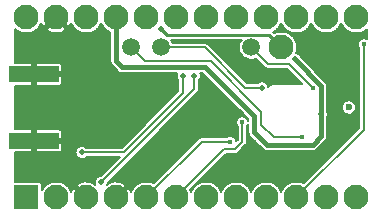
<source format=gbr>
%TF.GenerationSoftware,KiCad,Pcbnew,5.1.9+dfsg1-1~bpo10+1*%
%TF.CreationDate,Date%
%TF.ProjectId,POS,504f532e-6b69-4636-9164-5f7063625858,v3.4*%
%TF.SameCoordinates,Original*%
%TF.FileFunction,Copper,L4,Bot*%
%TF.FilePolarity,Positive*%
%FSLAX46Y46*%
G04 Gerber Fmt 4.6, Leading zero omitted, Abs format (unit mm)*
G04 Created by KiCad*
%MOMM*%
%LPD*%
G01*
G04 APERTURE LIST*
%TA.AperFunction,ComponentPad*%
%ADD10R,2.100000X2.100000*%
%TD*%
%TA.AperFunction,ComponentPad*%
%ADD11C,2.100000*%
%TD*%
%TA.AperFunction,ComponentPad*%
%ADD12C,0.600000*%
%TD*%
%TA.AperFunction,SMDPad,CuDef*%
%ADD13C,1.500000*%
%TD*%
%TA.AperFunction,SMDPad,CuDef*%
%ADD14R,4.200000X1.350000*%
%TD*%
%TA.AperFunction,ViaPad*%
%ADD15C,0.500000*%
%TD*%
%TA.AperFunction,ViaPad*%
%ADD16C,0.450000*%
%TD*%
%TA.AperFunction,Conductor*%
%ADD17C,0.400000*%
%TD*%
%TA.AperFunction,Conductor*%
%ADD18C,0.200000*%
%TD*%
%TA.AperFunction,Conductor*%
%ADD19C,0.250000*%
%TD*%
%TA.AperFunction,Conductor*%
%ADD20C,0.100000*%
%TD*%
G04 APERTURE END LIST*
D10*
%TO.P,A1,1*%
%TO.N,RXD*%
X0Y0D03*
D11*
%TO.P,A1,2*%
%TO.N,TXD*%
X2540000Y0D03*
%TO.P,A1,3*%
%TO.N,GND*%
X5080000Y0D03*
%TO.P,A1,13*%
%TO.N,Net-(A1-Pad13)*%
X27940000Y15240000D03*
%TO.P,A1,4*%
%TO.N,GND*%
X7620000Y0D03*
%TO.P,A1,14*%
%TO.N,Net-(A1-Pad14)*%
X25400000Y15240000D03*
%TO.P,A1,5*%
%TO.N,SDA*%
X10160000Y0D03*
%TO.P,A1,15*%
%TO.N,Net-(A1-Pad15)*%
X22860000Y15240000D03*
%TO.P,A1,6*%
%TO.N,SCL*%
X12700000Y0D03*
%TO.P,A1,16*%
%TO.N,Net-(A1-Pad16)*%
X20320000Y15240000D03*
%TO.P,A1,7*%
%TO.N,Net-(A1-Pad7)*%
X15240000Y0D03*
%TO.P,A1,17*%
%TO.N,Net-(A1-Pad17)*%
X17780000Y15240000D03*
%TO.P,A1,8*%
%TO.N,PWM*%
X17780000Y0D03*
%TO.P,A1,18*%
%TO.N,Net-(A1-Pad18)*%
X15240000Y15240000D03*
%TO.P,A1,9*%
%TO.N,Net-(A1-Pad9)*%
X20320000Y0D03*
%TO.P,A1,19*%
%TO.N,Net-(A1-Pad19)*%
X12700000Y15240000D03*
%TO.P,A1,10*%
%TO.N,INT*%
X22860000Y0D03*
%TO.P,A1,20*%
%TO.N,Net-(A1-Pad20)*%
X10160000Y15240000D03*
%TO.P,A1,11*%
%TO.N,Net-(A1-Pad11)*%
X25400000Y0D03*
%TO.P,A1,21*%
%TO.N,+3V3*%
X7620000Y15240000D03*
%TO.P,A1,12*%
%TO.N,Net-(A1-Pad12)*%
X27940000Y0D03*
%TO.P,A1,22*%
%TO.N,~RST*%
X5080000Y15240000D03*
%TO.P,A1,23*%
%TO.N,GND*%
X2540000Y15240000D03*
%TO.P,A1,24*%
%TO.N,+5V*%
X0Y15240000D03*
%TD*%
D12*
%TO.P,H2,*%
%TO.N,*%
X27305000Y7620000D03*
%TD*%
D13*
%TO.P,TP2,1*%
%TO.N,Net-(TP2-Pad1)*%
X8890000Y12700000D03*
%TD*%
%TO.P,TP1,1*%
%TO.N,Net-(TP1-Pad1)*%
X11430000Y12700000D03*
%TD*%
%TO.P,TP3,1*%
%TO.N,Net-(TP3-Pad1)*%
X19050000Y12700000D03*
%TD*%
D11*
%TO.P,TP4,1*%
%TO.N,Net-(TP4-Pad1)*%
X21590000Y12700000D03*
%TD*%
D14*
%TO.P,J2,2*%
%TO.N,GND*%
X635000Y4795000D03*
X635000Y10445000D03*
%TD*%
D15*
%TO.N,GND*%
X2921000Y8382000D03*
X2921000Y6858000D03*
X2032000Y6350000D03*
X2032000Y8890000D03*
X10414000Y4318000D03*
X6477000Y8255000D03*
X11176000Y8128000D03*
X10160000Y6985000D03*
X11557000Y5461000D03*
X12700000Y6604000D03*
X9017000Y5715000D03*
X7620000Y9525000D03*
X7112000Y7620000D03*
X7747000Y6985000D03*
X8382000Y6350000D03*
X9525000Y7620000D03*
X8890000Y8255000D03*
X8255000Y8890000D03*
X6350000Y5715000D03*
X6985000Y5080000D03*
X12573000Y4445000D03*
X2159000Y3429000D03*
X2159000Y11811000D03*
X13843000Y7747000D03*
D16*
X10795000Y10287000D03*
X14859000Y6604000D03*
X13970000Y5715000D03*
X19812000Y10922000D03*
X19050000Y1270000D03*
X21590000Y1270000D03*
X21717000Y9906000D03*
X16764000Y12446000D03*
X19177000Y3429000D03*
X12319000Y9271000D03*
X25654000Y11684000D03*
X25654000Y10795000D03*
X25654000Y9906000D03*
X23241000Y3175000D03*
X26035000Y5207000D03*
D15*
X23241000Y13335000D03*
X24511000Y13716000D03*
%TO.N,+3V3*%
X8130000Y11051006D03*
X19966974Y4854330D03*
X18275510Y7887010D03*
X22733000Y11684000D03*
X24974402Y7045430D03*
%TO.N,Net-(TP1-Pad1)*%
X19939000Y9271000D03*
D16*
%TO.N,Net-(TP2-Pad1)*%
X23368000Y5080000D03*
%TO.N,Net-(TP3-Pad1)*%
X24239990Y9271000D03*
D15*
%TO.N,Net-(JP2-Pad1)*%
X4698998Y3810000D03*
X13271496Y10287000D03*
%TO.N,Net-(JP3-Pad1)*%
X6350000Y1270000D03*
X14224000Y10287000D03*
%TO.N,Net-(TP4-Pad1)*%
X11430000Y14224000D03*
D16*
%TO.N,SDA*%
X17250785Y4687895D03*
%TO.N,SCL*%
X18288000Y6350000D03*
%TO.N,INT*%
X28575000Y12954000D03*
%TD*%
D17*
%TO.N,+3V3*%
X7620000Y15240000D02*
X7620000Y11561006D01*
X7620000Y11561006D02*
X7880001Y11301005D01*
X7880001Y11301005D02*
X8130000Y11051006D01*
X14478000Y11049000D02*
X14475994Y11051006D01*
X15113000Y11049000D02*
X14478000Y11049000D01*
X14475994Y11051006D02*
X8130000Y11051006D01*
X19304000Y6858000D02*
X15113000Y11049000D01*
X19966974Y4854330D02*
X19431000Y5390304D01*
X19304000Y5517304D02*
X19431000Y5390304D01*
X19304000Y6858000D02*
X19304000Y5517304D01*
X19966974Y4854330D02*
X20376304Y4445000D01*
X24974402Y9442598D02*
X24974402Y7045430D01*
X20376304Y4445000D02*
X24257000Y4445000D01*
X24257000Y4445000D02*
X24974402Y5162402D01*
X24974402Y5162402D02*
X24974402Y6691877D01*
X22733000Y11684000D02*
X24974402Y9442598D01*
X24974402Y6691877D02*
X24974402Y7045430D01*
D18*
%TO.N,Net-(TP1-Pad1)*%
X14478000Y12700000D02*
X11430000Y12700000D01*
X15113000Y12700000D02*
X14478000Y12700000D01*
X18542000Y9271000D02*
X15113000Y12700000D01*
X19939000Y9271000D02*
X18542000Y9271000D01*
%TO.N,Net-(TP2-Pad1)*%
X23049802Y5080000D02*
X23368000Y5080000D01*
X20955000Y5080000D02*
X23049802Y5080000D01*
X19901279Y6133721D02*
X20955000Y5080000D01*
X19901279Y7276721D02*
X19901279Y6133721D01*
X15621000Y11557000D02*
X19901279Y7276721D01*
X10033000Y11557000D02*
X15621000Y11557000D01*
X8890000Y12700000D02*
X10033000Y11557000D01*
%TO.N,Net-(TP3-Pad1)*%
X24014991Y9495999D02*
X24239990Y9271000D01*
X22207990Y11303000D02*
X24014991Y9495999D01*
X20447000Y11303000D02*
X22207990Y11303000D01*
X19050000Y12700000D02*
X20447000Y11303000D01*
%TO.N,Net-(JP2-Pad1)*%
X8255000Y3810000D02*
X13271496Y8826496D01*
X4698998Y3810000D02*
X8255000Y3810000D01*
X13271496Y8826496D02*
X13271496Y9933447D01*
X13271496Y9933447D02*
X13271496Y10287000D01*
%TO.N,Net-(JP3-Pad1)*%
X6350000Y1270000D02*
X14224000Y9144000D01*
X14224000Y9144000D02*
X14224000Y10287000D01*
D19*
%TO.N,Net-(TP4-Pad1)*%
X11878999Y13775001D02*
X11430000Y14224000D01*
X20514999Y13775001D02*
X11878999Y13775001D01*
X21590000Y12700000D02*
X20514999Y13775001D01*
D18*
%TO.N,SDA*%
X14847895Y4687895D02*
X10160000Y0D01*
X17250785Y4687895D02*
X14847895Y4687895D01*
%TO.N,SCL*%
X12700000Y0D02*
X16764000Y4064000D01*
X16764000Y4064000D02*
X17653000Y4064000D01*
X18288000Y4699000D02*
X18288000Y6350000D01*
X17653000Y4064000D02*
X18288000Y4699000D01*
%TO.N,INT*%
X28575000Y5715000D02*
X28575000Y7239000D01*
X22860000Y0D02*
X28575000Y5715000D01*
X28575000Y7239000D02*
X28575000Y12954000D01*
%TD*%
%TO.N,GND*%
X17759610Y7695285D02*
X17788107Y7626487D01*
X17848297Y7536406D01*
X17924906Y7459797D01*
X18014987Y7399607D01*
X18083785Y7371110D01*
X18804000Y6650894D01*
X18804000Y6446951D01*
X18792824Y6503137D01*
X18753249Y6598681D01*
X18695794Y6684668D01*
X18622668Y6757794D01*
X18536681Y6815249D01*
X18441137Y6854824D01*
X18339708Y6875000D01*
X18236292Y6875000D01*
X18134863Y6854824D01*
X18039319Y6815249D01*
X17953332Y6757794D01*
X17880206Y6684668D01*
X17822751Y6598681D01*
X17783176Y6503137D01*
X17763000Y6401708D01*
X17763000Y6298292D01*
X17783176Y6196863D01*
X17822751Y6101319D01*
X17880206Y6015332D01*
X17888001Y6007537D01*
X17888000Y4864685D01*
X17773650Y4750335D01*
X17755609Y4841032D01*
X17716034Y4936576D01*
X17658579Y5022563D01*
X17585453Y5095689D01*
X17499466Y5153144D01*
X17403922Y5192719D01*
X17302493Y5212895D01*
X17199077Y5212895D01*
X17097648Y5192719D01*
X17002104Y5153144D01*
X16916117Y5095689D01*
X16908323Y5087895D01*
X14867542Y5087895D01*
X14847895Y5089830D01*
X14828248Y5087895D01*
X14769481Y5082107D01*
X14694081Y5059235D01*
X14624592Y5022092D01*
X14563684Y4972106D01*
X14551158Y4956843D01*
X10793245Y1198930D01*
X10553780Y1298120D01*
X10292963Y1350000D01*
X10027037Y1350000D01*
X9766220Y1298120D01*
X9520535Y1196354D01*
X9299425Y1048613D01*
X9111387Y860575D01*
X8963646Y639465D01*
X8889385Y460183D01*
X8832964Y607368D01*
X8798895Y671107D01*
X8626017Y793885D01*
X7832132Y0D01*
X7846275Y-14143D01*
X7634143Y-226275D01*
X7620000Y-212132D01*
X7605858Y-226275D01*
X7393726Y-14143D01*
X7407868Y0D01*
X7393726Y14142D01*
X7605858Y226274D01*
X7620000Y212132D01*
X8413885Y1006017D01*
X8291107Y1178895D01*
X8048221Y1287169D01*
X7788879Y1345978D01*
X7523046Y1353062D01*
X7260940Y1308149D01*
X7012632Y1212964D01*
X6948893Y1178895D01*
X6849761Y1039313D01*
X6878864Y1109571D01*
X6900000Y1215830D01*
X6900000Y1254315D01*
X14492949Y8847264D01*
X14508211Y8859789D01*
X14558197Y8920697D01*
X14595340Y8990186D01*
X14618212Y9065586D01*
X14624000Y9124353D01*
X14624000Y9124354D01*
X14625935Y9144000D01*
X14624000Y9163647D01*
X14624000Y9909183D01*
X14651213Y9936396D01*
X14711403Y10026477D01*
X14752864Y10126571D01*
X14774000Y10232830D01*
X14774000Y10341170D01*
X14752864Y10447429D01*
X14711403Y10547523D01*
X14710416Y10549000D01*
X14905895Y10549000D01*
X17759610Y7695285D01*
%TA.AperFunction,Conductor*%
D20*
G36*
X17759610Y7695285D02*
G01*
X17788107Y7626487D01*
X17848297Y7536406D01*
X17924906Y7459797D01*
X18014987Y7399607D01*
X18083785Y7371110D01*
X18804000Y6650894D01*
X18804000Y6446951D01*
X18792824Y6503137D01*
X18753249Y6598681D01*
X18695794Y6684668D01*
X18622668Y6757794D01*
X18536681Y6815249D01*
X18441137Y6854824D01*
X18339708Y6875000D01*
X18236292Y6875000D01*
X18134863Y6854824D01*
X18039319Y6815249D01*
X17953332Y6757794D01*
X17880206Y6684668D01*
X17822751Y6598681D01*
X17783176Y6503137D01*
X17763000Y6401708D01*
X17763000Y6298292D01*
X17783176Y6196863D01*
X17822751Y6101319D01*
X17880206Y6015332D01*
X17888001Y6007537D01*
X17888000Y4864685D01*
X17773650Y4750335D01*
X17755609Y4841032D01*
X17716034Y4936576D01*
X17658579Y5022563D01*
X17585453Y5095689D01*
X17499466Y5153144D01*
X17403922Y5192719D01*
X17302493Y5212895D01*
X17199077Y5212895D01*
X17097648Y5192719D01*
X17002104Y5153144D01*
X16916117Y5095689D01*
X16908323Y5087895D01*
X14867542Y5087895D01*
X14847895Y5089830D01*
X14828248Y5087895D01*
X14769481Y5082107D01*
X14694081Y5059235D01*
X14624592Y5022092D01*
X14563684Y4972106D01*
X14551158Y4956843D01*
X10793245Y1198930D01*
X10553780Y1298120D01*
X10292963Y1350000D01*
X10027037Y1350000D01*
X9766220Y1298120D01*
X9520535Y1196354D01*
X9299425Y1048613D01*
X9111387Y860575D01*
X8963646Y639465D01*
X8889385Y460183D01*
X8832964Y607368D01*
X8798895Y671107D01*
X8626017Y793885D01*
X7832132Y0D01*
X7846275Y-14143D01*
X7634143Y-226275D01*
X7620000Y-212132D01*
X7605858Y-226275D01*
X7393726Y-14143D01*
X7407868Y0D01*
X7393726Y14142D01*
X7605858Y226274D01*
X7620000Y212132D01*
X8413885Y1006017D01*
X8291107Y1178895D01*
X8048221Y1287169D01*
X7788879Y1345978D01*
X7523046Y1353062D01*
X7260940Y1308149D01*
X7012632Y1212964D01*
X6948893Y1178895D01*
X6849761Y1039313D01*
X6878864Y1109571D01*
X6900000Y1215830D01*
X6900000Y1254315D01*
X14492949Y8847264D01*
X14508211Y8859789D01*
X14558197Y8920697D01*
X14595340Y8990186D01*
X14618212Y9065586D01*
X14624000Y9124353D01*
X14624000Y9124354D01*
X14625935Y9144000D01*
X14624000Y9163647D01*
X14624000Y9909183D01*
X14651213Y9936396D01*
X14711403Y10026477D01*
X14752864Y10126571D01*
X14774000Y10232830D01*
X14774000Y10341170D01*
X14752864Y10447429D01*
X14711403Y10547523D01*
X14710416Y10549000D01*
X14905895Y10549000D01*
X17759610Y7695285D01*
G37*
%TD.AperFunction*%
D18*
X2766275Y15254142D02*
X2752132Y15240000D01*
X3546017Y14446115D01*
X3718895Y14568893D01*
X3811088Y14775705D01*
X3883646Y14600535D01*
X4031387Y14379425D01*
X4219425Y14191387D01*
X4440535Y14043646D01*
X4686220Y13941880D01*
X4947037Y13890000D01*
X5212963Y13890000D01*
X5473780Y13941880D01*
X5719465Y14043646D01*
X5940575Y14191387D01*
X6128613Y14379425D01*
X6276354Y14600535D01*
X6350000Y14778332D01*
X6423646Y14600535D01*
X6571387Y14379425D01*
X6759425Y14191387D01*
X6980535Y14043646D01*
X7120000Y13985878D01*
X7120001Y11585576D01*
X7117581Y11561006D01*
X7127235Y11462989D01*
X7150228Y11387192D01*
X7155826Y11368739D01*
X7202255Y11281877D01*
X7264737Y11205742D01*
X7283820Y11190081D01*
X7613731Y10860170D01*
X7642597Y10790483D01*
X7702787Y10700402D01*
X7779396Y10623793D01*
X7869477Y10563603D01*
X7969571Y10522142D01*
X8075830Y10501006D01*
X8184170Y10501006D01*
X8290429Y10522142D01*
X8360112Y10551006D01*
X12786420Y10551006D01*
X12784093Y10547523D01*
X12742632Y10447429D01*
X12721496Y10341170D01*
X12721496Y10232830D01*
X12742632Y10126571D01*
X12784093Y10026477D01*
X12844283Y9936396D01*
X12871497Y9909182D01*
X12871496Y8992181D01*
X8089315Y4210000D01*
X5076815Y4210000D01*
X5049602Y4237213D01*
X4959521Y4297403D01*
X4859427Y4338864D01*
X4753168Y4360000D01*
X4644828Y4360000D01*
X4538569Y4338864D01*
X4438475Y4297403D01*
X4348394Y4237213D01*
X4271785Y4160604D01*
X4211595Y4070523D01*
X4170134Y3970429D01*
X4148998Y3864170D01*
X4148998Y3755830D01*
X4170134Y3649571D01*
X4211595Y3549477D01*
X4271785Y3459396D01*
X4348394Y3382787D01*
X4438475Y3322597D01*
X4538569Y3281136D01*
X4644828Y3260000D01*
X4753168Y3260000D01*
X4859427Y3281136D01*
X4959521Y3322597D01*
X5049602Y3382787D01*
X5076815Y3410000D01*
X7924315Y3410000D01*
X6334315Y1820000D01*
X6295830Y1820000D01*
X6189571Y1798864D01*
X6089477Y1757403D01*
X5999396Y1697213D01*
X5922787Y1620604D01*
X5862597Y1530523D01*
X5821136Y1430429D01*
X5800000Y1324170D01*
X5800000Y1215830D01*
X5821136Y1109571D01*
X5850239Y1039313D01*
X5751107Y1178895D01*
X5508221Y1287169D01*
X5248879Y1345978D01*
X4983046Y1353062D01*
X4720940Y1308149D01*
X4472632Y1212964D01*
X4408893Y1178895D01*
X4286115Y1006017D01*
X5080000Y212132D01*
X5094143Y226274D01*
X5306275Y14142D01*
X5292132Y0D01*
X5306275Y-14143D01*
X5094143Y-226275D01*
X5080000Y-212132D01*
X5065858Y-226275D01*
X4853726Y-14143D01*
X4867868Y0D01*
X4073983Y793885D01*
X3901105Y671107D01*
X3808912Y464295D01*
X3736354Y639465D01*
X3588613Y860575D01*
X3400575Y1048613D01*
X3179465Y1196354D01*
X2933780Y1298120D01*
X2672963Y1350000D01*
X2407037Y1350000D01*
X2146220Y1298120D01*
X1900535Y1196354D01*
X1679425Y1048613D01*
X1491387Y860575D01*
X1351451Y651146D01*
X1351451Y1050000D01*
X1345659Y1108810D01*
X1328504Y1165360D01*
X1300647Y1217477D01*
X1263158Y1263158D01*
X1217477Y1300647D01*
X1165360Y1328504D01*
X1108810Y1345659D01*
X1050000Y1351451D01*
X-920000Y1351451D01*
X-920000Y3818970D01*
X410000Y3820000D01*
X485000Y3895000D01*
X485000Y4645000D01*
X785000Y4645000D01*
X785000Y3895000D01*
X860000Y3820000D01*
X2735000Y3818548D01*
X2793810Y3824340D01*
X2850361Y3841495D01*
X2902478Y3869352D01*
X2948159Y3906841D01*
X2985648Y3952522D01*
X3013505Y4004639D01*
X3030660Y4061190D01*
X3036452Y4120000D01*
X3035000Y4570000D01*
X2960000Y4645000D01*
X785000Y4645000D01*
X485000Y4645000D01*
X465000Y4645000D01*
X465000Y4945000D01*
X485000Y4945000D01*
X485000Y5695000D01*
X785000Y5695000D01*
X785000Y4945000D01*
X2960000Y4945000D01*
X3035000Y5020000D01*
X3036452Y5470000D01*
X3030660Y5528810D01*
X3013505Y5585361D01*
X2985648Y5637478D01*
X2948159Y5683159D01*
X2902478Y5720648D01*
X2850361Y5748505D01*
X2793810Y5765660D01*
X2735000Y5771452D01*
X860000Y5770000D01*
X785000Y5695000D01*
X485000Y5695000D01*
X410000Y5770000D01*
X-920000Y5771030D01*
X-920000Y9468970D01*
X410000Y9470000D01*
X485000Y9545000D01*
X485000Y10295000D01*
X785000Y10295000D01*
X785000Y9545000D01*
X860000Y9470000D01*
X2735000Y9468548D01*
X2793810Y9474340D01*
X2850361Y9491495D01*
X2902478Y9519352D01*
X2948159Y9556841D01*
X2985648Y9602522D01*
X3013505Y9654639D01*
X3030660Y9711190D01*
X3036452Y9770000D01*
X3035000Y10220000D01*
X2960000Y10295000D01*
X785000Y10295000D01*
X485000Y10295000D01*
X465000Y10295000D01*
X465000Y10595000D01*
X485000Y10595000D01*
X485000Y11345000D01*
X785000Y11345000D01*
X785000Y10595000D01*
X2960000Y10595000D01*
X3035000Y10670000D01*
X3036452Y11120000D01*
X3030660Y11178810D01*
X3013505Y11235361D01*
X2985648Y11287478D01*
X2948159Y11333159D01*
X2902478Y11370648D01*
X2850361Y11398505D01*
X2793810Y11415660D01*
X2735000Y11421452D01*
X860000Y11420000D01*
X785000Y11345000D01*
X485000Y11345000D01*
X410000Y11420000D01*
X-920000Y11421030D01*
X-920000Y14250812D01*
X-860575Y14191387D01*
X-639465Y14043646D01*
X-393780Y13941880D01*
X-132963Y13890000D01*
X132963Y13890000D01*
X393780Y13941880D01*
X639465Y14043646D01*
X860575Y14191387D01*
X903171Y14233983D01*
X1746115Y14233983D01*
X1868893Y14061105D01*
X2111779Y13952831D01*
X2371121Y13894022D01*
X2636954Y13886938D01*
X2899060Y13931851D01*
X3147368Y14027036D01*
X3211107Y14061105D01*
X3333885Y14233983D01*
X2540000Y15027868D01*
X1746115Y14233983D01*
X903171Y14233983D01*
X1048613Y14379425D01*
X1196354Y14600535D01*
X1270615Y14779817D01*
X1327036Y14632632D01*
X1361105Y14568893D01*
X1533983Y14446115D01*
X2327868Y15240000D01*
X2313726Y15254142D01*
X2525858Y15466274D01*
X2540000Y15452132D01*
X2554143Y15466274D01*
X2766275Y15254142D01*
%TA.AperFunction,Conductor*%
D20*
G36*
X2766275Y15254142D02*
G01*
X2752132Y15240000D01*
X3546017Y14446115D01*
X3718895Y14568893D01*
X3811088Y14775705D01*
X3883646Y14600535D01*
X4031387Y14379425D01*
X4219425Y14191387D01*
X4440535Y14043646D01*
X4686220Y13941880D01*
X4947037Y13890000D01*
X5212963Y13890000D01*
X5473780Y13941880D01*
X5719465Y14043646D01*
X5940575Y14191387D01*
X6128613Y14379425D01*
X6276354Y14600535D01*
X6350000Y14778332D01*
X6423646Y14600535D01*
X6571387Y14379425D01*
X6759425Y14191387D01*
X6980535Y14043646D01*
X7120000Y13985878D01*
X7120001Y11585576D01*
X7117581Y11561006D01*
X7127235Y11462989D01*
X7150228Y11387192D01*
X7155826Y11368739D01*
X7202255Y11281877D01*
X7264737Y11205742D01*
X7283820Y11190081D01*
X7613731Y10860170D01*
X7642597Y10790483D01*
X7702787Y10700402D01*
X7779396Y10623793D01*
X7869477Y10563603D01*
X7969571Y10522142D01*
X8075830Y10501006D01*
X8184170Y10501006D01*
X8290429Y10522142D01*
X8360112Y10551006D01*
X12786420Y10551006D01*
X12784093Y10547523D01*
X12742632Y10447429D01*
X12721496Y10341170D01*
X12721496Y10232830D01*
X12742632Y10126571D01*
X12784093Y10026477D01*
X12844283Y9936396D01*
X12871497Y9909182D01*
X12871496Y8992181D01*
X8089315Y4210000D01*
X5076815Y4210000D01*
X5049602Y4237213D01*
X4959521Y4297403D01*
X4859427Y4338864D01*
X4753168Y4360000D01*
X4644828Y4360000D01*
X4538569Y4338864D01*
X4438475Y4297403D01*
X4348394Y4237213D01*
X4271785Y4160604D01*
X4211595Y4070523D01*
X4170134Y3970429D01*
X4148998Y3864170D01*
X4148998Y3755830D01*
X4170134Y3649571D01*
X4211595Y3549477D01*
X4271785Y3459396D01*
X4348394Y3382787D01*
X4438475Y3322597D01*
X4538569Y3281136D01*
X4644828Y3260000D01*
X4753168Y3260000D01*
X4859427Y3281136D01*
X4959521Y3322597D01*
X5049602Y3382787D01*
X5076815Y3410000D01*
X7924315Y3410000D01*
X6334315Y1820000D01*
X6295830Y1820000D01*
X6189571Y1798864D01*
X6089477Y1757403D01*
X5999396Y1697213D01*
X5922787Y1620604D01*
X5862597Y1530523D01*
X5821136Y1430429D01*
X5800000Y1324170D01*
X5800000Y1215830D01*
X5821136Y1109571D01*
X5850239Y1039313D01*
X5751107Y1178895D01*
X5508221Y1287169D01*
X5248879Y1345978D01*
X4983046Y1353062D01*
X4720940Y1308149D01*
X4472632Y1212964D01*
X4408893Y1178895D01*
X4286115Y1006017D01*
X5080000Y212132D01*
X5094143Y226274D01*
X5306275Y14142D01*
X5292132Y0D01*
X5306275Y-14143D01*
X5094143Y-226275D01*
X5080000Y-212132D01*
X5065858Y-226275D01*
X4853726Y-14143D01*
X4867868Y0D01*
X4073983Y793885D01*
X3901105Y671107D01*
X3808912Y464295D01*
X3736354Y639465D01*
X3588613Y860575D01*
X3400575Y1048613D01*
X3179465Y1196354D01*
X2933780Y1298120D01*
X2672963Y1350000D01*
X2407037Y1350000D01*
X2146220Y1298120D01*
X1900535Y1196354D01*
X1679425Y1048613D01*
X1491387Y860575D01*
X1351451Y651146D01*
X1351451Y1050000D01*
X1345659Y1108810D01*
X1328504Y1165360D01*
X1300647Y1217477D01*
X1263158Y1263158D01*
X1217477Y1300647D01*
X1165360Y1328504D01*
X1108810Y1345659D01*
X1050000Y1351451D01*
X-920000Y1351451D01*
X-920000Y3818970D01*
X410000Y3820000D01*
X485000Y3895000D01*
X485000Y4645000D01*
X785000Y4645000D01*
X785000Y3895000D01*
X860000Y3820000D01*
X2735000Y3818548D01*
X2793810Y3824340D01*
X2850361Y3841495D01*
X2902478Y3869352D01*
X2948159Y3906841D01*
X2985648Y3952522D01*
X3013505Y4004639D01*
X3030660Y4061190D01*
X3036452Y4120000D01*
X3035000Y4570000D01*
X2960000Y4645000D01*
X785000Y4645000D01*
X485000Y4645000D01*
X465000Y4645000D01*
X465000Y4945000D01*
X485000Y4945000D01*
X485000Y5695000D01*
X785000Y5695000D01*
X785000Y4945000D01*
X2960000Y4945000D01*
X3035000Y5020000D01*
X3036452Y5470000D01*
X3030660Y5528810D01*
X3013505Y5585361D01*
X2985648Y5637478D01*
X2948159Y5683159D01*
X2902478Y5720648D01*
X2850361Y5748505D01*
X2793810Y5765660D01*
X2735000Y5771452D01*
X860000Y5770000D01*
X785000Y5695000D01*
X485000Y5695000D01*
X410000Y5770000D01*
X-920000Y5771030D01*
X-920000Y9468970D01*
X410000Y9470000D01*
X485000Y9545000D01*
X485000Y10295000D01*
X785000Y10295000D01*
X785000Y9545000D01*
X860000Y9470000D01*
X2735000Y9468548D01*
X2793810Y9474340D01*
X2850361Y9491495D01*
X2902478Y9519352D01*
X2948159Y9556841D01*
X2985648Y9602522D01*
X3013505Y9654639D01*
X3030660Y9711190D01*
X3036452Y9770000D01*
X3035000Y10220000D01*
X2960000Y10295000D01*
X785000Y10295000D01*
X485000Y10295000D01*
X465000Y10295000D01*
X465000Y10595000D01*
X485000Y10595000D01*
X485000Y11345000D01*
X785000Y11345000D01*
X785000Y10595000D01*
X2960000Y10595000D01*
X3035000Y10670000D01*
X3036452Y11120000D01*
X3030660Y11178810D01*
X3013505Y11235361D01*
X2985648Y11287478D01*
X2948159Y11333159D01*
X2902478Y11370648D01*
X2850361Y11398505D01*
X2793810Y11415660D01*
X2735000Y11421452D01*
X860000Y11420000D01*
X785000Y11345000D01*
X485000Y11345000D01*
X410000Y11420000D01*
X-920000Y11421030D01*
X-920000Y14250812D01*
X-860575Y14191387D01*
X-639465Y14043646D01*
X-393780Y13941880D01*
X-132963Y13890000D01*
X132963Y13890000D01*
X393780Y13941880D01*
X639465Y14043646D01*
X860575Y14191387D01*
X903171Y14233983D01*
X1746115Y14233983D01*
X1868893Y14061105D01*
X2111779Y13952831D01*
X2371121Y13894022D01*
X2636954Y13886938D01*
X2899060Y13931851D01*
X3147368Y14027036D01*
X3211107Y14061105D01*
X3333885Y14233983D01*
X2540000Y15027868D01*
X1746115Y14233983D01*
X903171Y14233983D01*
X1048613Y14379425D01*
X1196354Y14600535D01*
X1270615Y14779817D01*
X1327036Y14632632D01*
X1361105Y14568893D01*
X1533983Y14446115D01*
X2327868Y15240000D01*
X2313726Y15254142D01*
X2525858Y15466274D01*
X2540000Y15452132D01*
X2554143Y15466274D01*
X2766275Y15254142D01*
G37*
%TD.AperFunction*%
D18*
X26743646Y14600535D02*
X26891387Y14379425D01*
X27079425Y14191387D01*
X27300535Y14043646D01*
X27546220Y13941880D01*
X27807037Y13890000D01*
X28072963Y13890000D01*
X28333780Y13941880D01*
X28579465Y14043646D01*
X28800575Y14191387D01*
X28860000Y14250812D01*
X28860000Y13394981D01*
X28823681Y13419249D01*
X28728137Y13458824D01*
X28626708Y13479000D01*
X28523292Y13479000D01*
X28421863Y13458824D01*
X28326319Y13419249D01*
X28240332Y13361794D01*
X28167206Y13288668D01*
X28109751Y13202681D01*
X28070176Y13107137D01*
X28050000Y13005708D01*
X28050000Y12902292D01*
X28070176Y12800863D01*
X28109751Y12705319D01*
X28167206Y12619332D01*
X28175001Y12611537D01*
X28175000Y7219354D01*
X28175001Y7219344D01*
X28175000Y5880685D01*
X23493245Y1198930D01*
X23253780Y1298120D01*
X22992963Y1350000D01*
X22727037Y1350000D01*
X22466220Y1298120D01*
X22220535Y1196354D01*
X21999425Y1048613D01*
X21811387Y860575D01*
X21663646Y639465D01*
X21590000Y461668D01*
X21516354Y639465D01*
X21368613Y860575D01*
X21180575Y1048613D01*
X20959465Y1196354D01*
X20713780Y1298120D01*
X20452963Y1350000D01*
X20187037Y1350000D01*
X19926220Y1298120D01*
X19680535Y1196354D01*
X19459425Y1048613D01*
X19271387Y860575D01*
X19123646Y639465D01*
X19050000Y461668D01*
X18976354Y639465D01*
X18828613Y860575D01*
X18640575Y1048613D01*
X18419465Y1196354D01*
X18173780Y1298120D01*
X17912963Y1350000D01*
X17647037Y1350000D01*
X17386220Y1298120D01*
X17140535Y1196354D01*
X16919425Y1048613D01*
X16731387Y860575D01*
X16583646Y639465D01*
X16510000Y461668D01*
X16436354Y639465D01*
X16288613Y860575D01*
X16100575Y1048613D01*
X15879465Y1196354D01*
X15633780Y1298120D01*
X15372963Y1350000D01*
X15107037Y1350000D01*
X14846220Y1298120D01*
X14600535Y1196354D01*
X14379425Y1048613D01*
X14191387Y860575D01*
X14043646Y639465D01*
X13970000Y461668D01*
X13898930Y633245D01*
X16929686Y3664000D01*
X17633354Y3664000D01*
X17653000Y3662065D01*
X17672646Y3664000D01*
X17672647Y3664000D01*
X17731414Y3669788D01*
X17806814Y3692660D01*
X17876303Y3729803D01*
X17937211Y3779789D01*
X17949737Y3795052D01*
X18556949Y4402264D01*
X18572211Y4414789D01*
X18622197Y4475697D01*
X18659340Y4545186D01*
X18682212Y4620586D01*
X18688000Y4679353D01*
X18688000Y4679354D01*
X18689935Y4699000D01*
X18688000Y4718647D01*
X18688000Y6007538D01*
X18695794Y6015332D01*
X18753249Y6101319D01*
X18792824Y6196863D01*
X18804000Y6253049D01*
X18804001Y5541874D01*
X18801581Y5517304D01*
X18811235Y5419287D01*
X18830206Y5356749D01*
X18839826Y5325037D01*
X18886255Y5238175D01*
X18948737Y5162040D01*
X18967820Y5146379D01*
X19060081Y5054118D01*
X19450706Y4663491D01*
X19479571Y4593807D01*
X19539761Y4503726D01*
X19616370Y4427117D01*
X19706451Y4366927D01*
X19776137Y4338062D01*
X20005379Y4108819D01*
X20021040Y4089736D01*
X20097175Y4027254D01*
X20184037Y3980825D01*
X20218309Y3970429D01*
X20278286Y3952235D01*
X20376303Y3942581D01*
X20400863Y3945000D01*
X24232440Y3945000D01*
X24257000Y3942581D01*
X24281560Y3945000D01*
X24355017Y3952235D01*
X24449267Y3980825D01*
X24536129Y4027254D01*
X24612264Y4089736D01*
X24627929Y4108824D01*
X25310589Y4791482D01*
X25329666Y4807138D01*
X25392148Y4883273D01*
X25438577Y4970135D01*
X25467167Y5064385D01*
X25474402Y5137842D01*
X25474402Y5137843D01*
X25476821Y5162402D01*
X25474402Y5186962D01*
X25474402Y6815318D01*
X25503266Y6885001D01*
X25524402Y6991260D01*
X25524402Y7099600D01*
X25503266Y7205859D01*
X25474402Y7275542D01*
X25474402Y7679095D01*
X26705000Y7679095D01*
X26705000Y7560905D01*
X26728058Y7444986D01*
X26773287Y7335793D01*
X26838950Y7237522D01*
X26922522Y7153950D01*
X27020793Y7088287D01*
X27129986Y7043058D01*
X27245905Y7020000D01*
X27364095Y7020000D01*
X27480014Y7043058D01*
X27589207Y7088287D01*
X27687478Y7153950D01*
X27771050Y7237522D01*
X27836713Y7335793D01*
X27881942Y7444986D01*
X27905000Y7560905D01*
X27905000Y7679095D01*
X27881942Y7795014D01*
X27836713Y7904207D01*
X27771050Y8002478D01*
X27687478Y8086050D01*
X27589207Y8151713D01*
X27480014Y8196942D01*
X27364095Y8220000D01*
X27245905Y8220000D01*
X27129986Y8196942D01*
X27020793Y8151713D01*
X26922522Y8086050D01*
X26838950Y8002478D01*
X26773287Y7904207D01*
X26728058Y7795014D01*
X26705000Y7679095D01*
X25474402Y7679095D01*
X25474402Y9418041D01*
X25476821Y9442599D01*
X25474122Y9470000D01*
X25467167Y9540615D01*
X25438577Y9634865D01*
X25392148Y9721727D01*
X25329666Y9797862D01*
X25310583Y9813523D01*
X23249269Y11874836D01*
X23220403Y11944523D01*
X23160213Y12034604D01*
X23083604Y12111213D01*
X22993523Y12171403D01*
X22893429Y12212864D01*
X22852798Y12220946D01*
X22888120Y12306220D01*
X22940000Y12567037D01*
X22940000Y12832963D01*
X22888120Y13093780D01*
X22786354Y13339465D01*
X22638613Y13560575D01*
X22450575Y13748613D01*
X22229465Y13896354D01*
X21983780Y13998120D01*
X21722963Y14050000D01*
X21457037Y14050000D01*
X21196220Y13998120D01*
X20981755Y13909286D01*
X20880219Y14010821D01*
X20959465Y14043646D01*
X21180575Y14191387D01*
X21368613Y14379425D01*
X21516354Y14600535D01*
X21590000Y14778332D01*
X21663646Y14600535D01*
X21811387Y14379425D01*
X21999425Y14191387D01*
X22220535Y14043646D01*
X22466220Y13941880D01*
X22727037Y13890000D01*
X22992963Y13890000D01*
X23253780Y13941880D01*
X23499465Y14043646D01*
X23720575Y14191387D01*
X23908613Y14379425D01*
X24056354Y14600535D01*
X24130000Y14778332D01*
X24203646Y14600535D01*
X24351387Y14379425D01*
X24539425Y14191387D01*
X24760535Y14043646D01*
X25006220Y13941880D01*
X25267037Y13890000D01*
X25532963Y13890000D01*
X25793780Y13941880D01*
X26039465Y14043646D01*
X26260575Y14191387D01*
X26448613Y14379425D01*
X26596354Y14600535D01*
X26670000Y14778332D01*
X26743646Y14600535D01*
%TA.AperFunction,Conductor*%
D20*
G36*
X26743646Y14600535D02*
G01*
X26891387Y14379425D01*
X27079425Y14191387D01*
X27300535Y14043646D01*
X27546220Y13941880D01*
X27807037Y13890000D01*
X28072963Y13890000D01*
X28333780Y13941880D01*
X28579465Y14043646D01*
X28800575Y14191387D01*
X28860000Y14250812D01*
X28860000Y13394981D01*
X28823681Y13419249D01*
X28728137Y13458824D01*
X28626708Y13479000D01*
X28523292Y13479000D01*
X28421863Y13458824D01*
X28326319Y13419249D01*
X28240332Y13361794D01*
X28167206Y13288668D01*
X28109751Y13202681D01*
X28070176Y13107137D01*
X28050000Y13005708D01*
X28050000Y12902292D01*
X28070176Y12800863D01*
X28109751Y12705319D01*
X28167206Y12619332D01*
X28175001Y12611537D01*
X28175000Y7219354D01*
X28175001Y7219344D01*
X28175000Y5880685D01*
X23493245Y1198930D01*
X23253780Y1298120D01*
X22992963Y1350000D01*
X22727037Y1350000D01*
X22466220Y1298120D01*
X22220535Y1196354D01*
X21999425Y1048613D01*
X21811387Y860575D01*
X21663646Y639465D01*
X21590000Y461668D01*
X21516354Y639465D01*
X21368613Y860575D01*
X21180575Y1048613D01*
X20959465Y1196354D01*
X20713780Y1298120D01*
X20452963Y1350000D01*
X20187037Y1350000D01*
X19926220Y1298120D01*
X19680535Y1196354D01*
X19459425Y1048613D01*
X19271387Y860575D01*
X19123646Y639465D01*
X19050000Y461668D01*
X18976354Y639465D01*
X18828613Y860575D01*
X18640575Y1048613D01*
X18419465Y1196354D01*
X18173780Y1298120D01*
X17912963Y1350000D01*
X17647037Y1350000D01*
X17386220Y1298120D01*
X17140535Y1196354D01*
X16919425Y1048613D01*
X16731387Y860575D01*
X16583646Y639465D01*
X16510000Y461668D01*
X16436354Y639465D01*
X16288613Y860575D01*
X16100575Y1048613D01*
X15879465Y1196354D01*
X15633780Y1298120D01*
X15372963Y1350000D01*
X15107037Y1350000D01*
X14846220Y1298120D01*
X14600535Y1196354D01*
X14379425Y1048613D01*
X14191387Y860575D01*
X14043646Y639465D01*
X13970000Y461668D01*
X13898930Y633245D01*
X16929686Y3664000D01*
X17633354Y3664000D01*
X17653000Y3662065D01*
X17672646Y3664000D01*
X17672647Y3664000D01*
X17731414Y3669788D01*
X17806814Y3692660D01*
X17876303Y3729803D01*
X17937211Y3779789D01*
X17949737Y3795052D01*
X18556949Y4402264D01*
X18572211Y4414789D01*
X18622197Y4475697D01*
X18659340Y4545186D01*
X18682212Y4620586D01*
X18688000Y4679353D01*
X18688000Y4679354D01*
X18689935Y4699000D01*
X18688000Y4718647D01*
X18688000Y6007538D01*
X18695794Y6015332D01*
X18753249Y6101319D01*
X18792824Y6196863D01*
X18804000Y6253049D01*
X18804001Y5541874D01*
X18801581Y5517304D01*
X18811235Y5419287D01*
X18830206Y5356749D01*
X18839826Y5325037D01*
X18886255Y5238175D01*
X18948737Y5162040D01*
X18967820Y5146379D01*
X19060081Y5054118D01*
X19450706Y4663491D01*
X19479571Y4593807D01*
X19539761Y4503726D01*
X19616370Y4427117D01*
X19706451Y4366927D01*
X19776137Y4338062D01*
X20005379Y4108819D01*
X20021040Y4089736D01*
X20097175Y4027254D01*
X20184037Y3980825D01*
X20218309Y3970429D01*
X20278286Y3952235D01*
X20376303Y3942581D01*
X20400863Y3945000D01*
X24232440Y3945000D01*
X24257000Y3942581D01*
X24281560Y3945000D01*
X24355017Y3952235D01*
X24449267Y3980825D01*
X24536129Y4027254D01*
X24612264Y4089736D01*
X24627929Y4108824D01*
X25310589Y4791482D01*
X25329666Y4807138D01*
X25392148Y4883273D01*
X25438577Y4970135D01*
X25467167Y5064385D01*
X25474402Y5137842D01*
X25474402Y5137843D01*
X25476821Y5162402D01*
X25474402Y5186962D01*
X25474402Y6815318D01*
X25503266Y6885001D01*
X25524402Y6991260D01*
X25524402Y7099600D01*
X25503266Y7205859D01*
X25474402Y7275542D01*
X25474402Y7679095D01*
X26705000Y7679095D01*
X26705000Y7560905D01*
X26728058Y7444986D01*
X26773287Y7335793D01*
X26838950Y7237522D01*
X26922522Y7153950D01*
X27020793Y7088287D01*
X27129986Y7043058D01*
X27245905Y7020000D01*
X27364095Y7020000D01*
X27480014Y7043058D01*
X27589207Y7088287D01*
X27687478Y7153950D01*
X27771050Y7237522D01*
X27836713Y7335793D01*
X27881942Y7444986D01*
X27905000Y7560905D01*
X27905000Y7679095D01*
X27881942Y7795014D01*
X27836713Y7904207D01*
X27771050Y8002478D01*
X27687478Y8086050D01*
X27589207Y8151713D01*
X27480014Y8196942D01*
X27364095Y8220000D01*
X27245905Y8220000D01*
X27129986Y8196942D01*
X27020793Y8151713D01*
X26922522Y8086050D01*
X26838950Y8002478D01*
X26773287Y7904207D01*
X26728058Y7795014D01*
X26705000Y7679095D01*
X25474402Y7679095D01*
X25474402Y9418041D01*
X25476821Y9442599D01*
X25474122Y9470000D01*
X25467167Y9540615D01*
X25438577Y9634865D01*
X25392148Y9721727D01*
X25329666Y9797862D01*
X25310583Y9813523D01*
X23249269Y11874836D01*
X23220403Y11944523D01*
X23160213Y12034604D01*
X23083604Y12111213D01*
X22993523Y12171403D01*
X22893429Y12212864D01*
X22852798Y12220946D01*
X22888120Y12306220D01*
X22940000Y12567037D01*
X22940000Y12832963D01*
X22888120Y13093780D01*
X22786354Y13339465D01*
X22638613Y13560575D01*
X22450575Y13748613D01*
X22229465Y13896354D01*
X21983780Y13998120D01*
X21722963Y14050000D01*
X21457037Y14050000D01*
X21196220Y13998120D01*
X20981755Y13909286D01*
X20880219Y14010821D01*
X20959465Y14043646D01*
X21180575Y14191387D01*
X21368613Y14379425D01*
X21516354Y14600535D01*
X21590000Y14778332D01*
X21663646Y14600535D01*
X21811387Y14379425D01*
X21999425Y14191387D01*
X22220535Y14043646D01*
X22466220Y13941880D01*
X22727037Y13890000D01*
X22992963Y13890000D01*
X23253780Y13941880D01*
X23499465Y14043646D01*
X23720575Y14191387D01*
X23908613Y14379425D01*
X24056354Y14600535D01*
X24130000Y14778332D01*
X24203646Y14600535D01*
X24351387Y14379425D01*
X24539425Y14191387D01*
X24760535Y14043646D01*
X25006220Y13941880D01*
X25267037Y13890000D01*
X25532963Y13890000D01*
X25793780Y13941880D01*
X26039465Y14043646D01*
X26260575Y14191387D01*
X26448613Y14379425D01*
X26596354Y14600535D01*
X26670000Y14778332D01*
X26743646Y14600535D01*
G37*
%TD.AperFunction*%
D18*
X18119502Y13197362D02*
X18040350Y13006274D01*
X18000000Y12803416D01*
X18000000Y12596584D01*
X18040350Y12393726D01*
X18119502Y12202638D01*
X18234411Y12030664D01*
X18380664Y11884411D01*
X18552638Y11769502D01*
X18743726Y11690350D01*
X18946584Y11650000D01*
X19153416Y11650000D01*
X19356274Y11690350D01*
X19453636Y11730679D01*
X20150263Y11034052D01*
X20162789Y11018789D01*
X20223697Y10968803D01*
X20293186Y10931660D01*
X20368586Y10908788D01*
X20427353Y10903000D01*
X20427363Y10903000D01*
X20446999Y10901066D01*
X20466635Y10903000D01*
X22042305Y10903000D01*
X23320304Y9625000D01*
X20836289Y9625000D01*
X20816780Y9623079D01*
X20798021Y9617388D01*
X20780732Y9608147D01*
X20765578Y9595711D01*
X20489000Y9319133D01*
X20489000Y9325170D01*
X20467864Y9431429D01*
X20426403Y9531523D01*
X20366213Y9621604D01*
X20289604Y9698213D01*
X20199523Y9758403D01*
X20099429Y9799864D01*
X19993170Y9821000D01*
X19884830Y9821000D01*
X19778571Y9799864D01*
X19678477Y9758403D01*
X19588396Y9698213D01*
X19561183Y9671000D01*
X18707686Y9671000D01*
X15409737Y12968948D01*
X15397211Y12984211D01*
X15336303Y13034197D01*
X15266814Y13071340D01*
X15191414Y13094212D01*
X15132647Y13100000D01*
X15132646Y13100000D01*
X15113000Y13101935D01*
X15093354Y13100000D01*
X12400827Y13100000D01*
X12360498Y13197362D01*
X12258508Y13350001D01*
X18221492Y13350001D01*
X18119502Y13197362D01*
%TA.AperFunction,Conductor*%
D20*
G36*
X18119502Y13197362D02*
G01*
X18040350Y13006274D01*
X18000000Y12803416D01*
X18000000Y12596584D01*
X18040350Y12393726D01*
X18119502Y12202638D01*
X18234411Y12030664D01*
X18380664Y11884411D01*
X18552638Y11769502D01*
X18743726Y11690350D01*
X18946584Y11650000D01*
X19153416Y11650000D01*
X19356274Y11690350D01*
X19453636Y11730679D01*
X20150263Y11034052D01*
X20162789Y11018789D01*
X20223697Y10968803D01*
X20293186Y10931660D01*
X20368586Y10908788D01*
X20427353Y10903000D01*
X20427363Y10903000D01*
X20446999Y10901066D01*
X20466635Y10903000D01*
X22042305Y10903000D01*
X23320304Y9625000D01*
X20836289Y9625000D01*
X20816780Y9623079D01*
X20798021Y9617388D01*
X20780732Y9608147D01*
X20765578Y9595711D01*
X20489000Y9319133D01*
X20489000Y9325170D01*
X20467864Y9431429D01*
X20426403Y9531523D01*
X20366213Y9621604D01*
X20289604Y9698213D01*
X20199523Y9758403D01*
X20099429Y9799864D01*
X19993170Y9821000D01*
X19884830Y9821000D01*
X19778571Y9799864D01*
X19678477Y9758403D01*
X19588396Y9698213D01*
X19561183Y9671000D01*
X18707686Y9671000D01*
X15409737Y12968948D01*
X15397211Y12984211D01*
X15336303Y13034197D01*
X15266814Y13071340D01*
X15191414Y13094212D01*
X15132647Y13100000D01*
X15132646Y13100000D01*
X15113000Y13101935D01*
X15093354Y13100000D01*
X12400827Y13100000D01*
X12360498Y13197362D01*
X12258508Y13350001D01*
X18221492Y13350001D01*
X18119502Y13197362D01*
G37*
%TD.AperFunction*%
%TD*%
M02*

</source>
